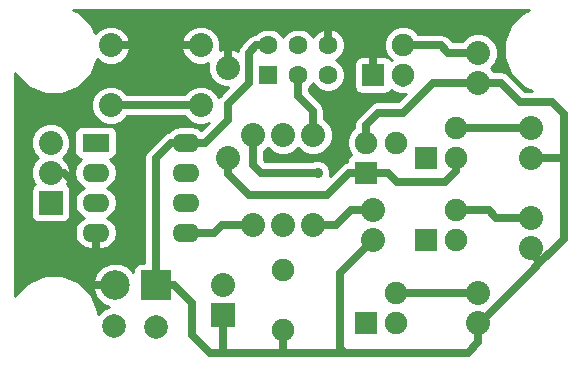
<source format=gbl>
G04 #@! TF.FileFunction,Copper,L2,Bot,Signal*
%FSLAX46Y46*%
G04 Gerber Fmt 4.6, Leading zero omitted, Abs format (unit mm)*
G04 Created by KiCad (PCBNEW 4.0.5) date 12/30/18 13:47:50*
%MOMM*%
%LPD*%
G01*
G04 APERTURE LIST*
%ADD10C,0.150000*%
%ADD11R,2.032000X2.032000*%
%ADD12C,2.032000*%
%ADD13C,1.905000*%
%ADD14R,2.286000X1.574800*%
%ADD15O,2.286000X1.574800*%
%ADD16R,2.499360X2.499360*%
%ADD17C,2.499360*%
%ADD18C,1.998980*%
%ADD19R,1.600200X1.600200*%
%ADD20C,1.600200*%
%ADD21R,1.905000X1.905000*%
%ADD22C,0.889000*%
%ADD23C,0.635000*%
%ADD24C,0.254000*%
G04 APERTURE END LIST*
D10*
D11*
X56515000Y-82550000D03*
D12*
X56515000Y-80010000D03*
D13*
X61595000Y-83820000D03*
X61595000Y-78740000D03*
D12*
X69215000Y-76200000D03*
X69215000Y-73660000D03*
D14*
X45720000Y-67945000D03*
D15*
X45720000Y-70485000D03*
X45720000Y-73025000D03*
X45720000Y-75565000D03*
X53340000Y-75565000D03*
X53340000Y-73025000D03*
X53340000Y-70485000D03*
X53340000Y-67945000D03*
D16*
X50800000Y-80010000D03*
D17*
X47371000Y-80010000D03*
D18*
X50800000Y-83566000D03*
X47244000Y-83439000D03*
D19*
X60325000Y-62230000D03*
D20*
X60325000Y-59690000D03*
X62865000Y-62230000D03*
X62865000Y-59690000D03*
X65405000Y-62230000D03*
X65405000Y-59690000D03*
D21*
X68580000Y-70485000D03*
D13*
X71120000Y-67945000D03*
X68580000Y-67945000D03*
D21*
X69215000Y-62230000D03*
D13*
X71755000Y-62230000D03*
X71755000Y-59690000D03*
D21*
X73660000Y-69215000D03*
D13*
X76200000Y-69215000D03*
X76200000Y-66675000D03*
D21*
X73660000Y-76200000D03*
D13*
X76200000Y-76200000D03*
X76200000Y-73660000D03*
D21*
X68580000Y-83185000D03*
D13*
X71120000Y-83185000D03*
X71120000Y-80645000D03*
D12*
X59055000Y-67310000D03*
X59055000Y-74930000D03*
X61595000Y-74930000D03*
X61595000Y-67310000D03*
X56896000Y-69215000D03*
X56896000Y-61595000D03*
X64135000Y-67310000D03*
X64135000Y-74930000D03*
X54610000Y-59690000D03*
X54610000Y-64770000D03*
X46990000Y-59690000D03*
X46990000Y-64770000D03*
D11*
X41910000Y-73025000D03*
D12*
X41910000Y-70485000D03*
X41910000Y-67945000D03*
X78105000Y-83185000D03*
X78105000Y-80645000D03*
X82550000Y-76835000D03*
X82550000Y-74295000D03*
X82550000Y-69215000D03*
X82550000Y-66675000D03*
X78105000Y-62865000D03*
X78105000Y-60325000D03*
D22*
X64516000Y-70485000D03*
D23*
X45720000Y-75565000D02*
X45720000Y-77470000D01*
X45720000Y-77470000D02*
X44577000Y-78613000D01*
X45720000Y-75565000D02*
X45720000Y-76327000D01*
X65405000Y-59690000D02*
X65405000Y-58166000D01*
X65405000Y-58166000D02*
X65405000Y-58293000D01*
X65405000Y-58293000D02*
X65405000Y-58166000D01*
X46990000Y-59690000D02*
X54610000Y-59690000D01*
X56896000Y-61595000D02*
X56896000Y-60071000D01*
X56896000Y-60071000D02*
X58801000Y-58166000D01*
X58801000Y-58166000D02*
X65405000Y-58166000D01*
X67056000Y-58166000D02*
X68580000Y-59690000D01*
X65405000Y-58166000D02*
X67056000Y-58166000D01*
X47371000Y-80010000D02*
X45466000Y-80010000D01*
X43815000Y-71247000D02*
X43815000Y-76073000D01*
X43053000Y-70485000D02*
X43815000Y-71247000D01*
X41910000Y-70485000D02*
X43053000Y-70485000D01*
X45466000Y-80010000D02*
X43815000Y-78359000D01*
X43815000Y-78359000D02*
X43815000Y-77851000D01*
X43815000Y-77851000D02*
X43815000Y-76073000D01*
X69215000Y-62230000D02*
X69215000Y-60325000D01*
X69215000Y-60325000D02*
X68580000Y-59690000D01*
X56515000Y-82550000D02*
X56515000Y-85725000D01*
X56515000Y-85725000D02*
X56515000Y-85471000D01*
X56515000Y-85471000D02*
X56515000Y-85725000D01*
X61595000Y-83820000D02*
X61595000Y-85725000D01*
X61595000Y-85725000D02*
X61595000Y-85471000D01*
X61595000Y-85471000D02*
X61595000Y-85725000D01*
X66421000Y-83312000D02*
X66421000Y-85725000D01*
X66548000Y-85471000D02*
X66548000Y-85725000D01*
X66548000Y-85598000D02*
X66548000Y-85471000D01*
X66421000Y-85725000D02*
X66548000Y-85598000D01*
X50800000Y-80010000D02*
X52324000Y-80010000D01*
X52324000Y-80010000D02*
X53848000Y-81534000D01*
X55372000Y-85725000D02*
X56515000Y-85725000D01*
X56515000Y-85725000D02*
X61595000Y-85725000D01*
X53848000Y-84201000D02*
X55372000Y-85725000D01*
X53848000Y-81534000D02*
X53848000Y-84201000D01*
X61595000Y-85725000D02*
X66548000Y-85725000D01*
X78105000Y-84836000D02*
X78105000Y-83185000D01*
X66548000Y-85725000D02*
X77216000Y-85725000D01*
X77216000Y-85725000D02*
X78105000Y-84836000D01*
X66421000Y-83820000D02*
X66421000Y-83820000D01*
X66421000Y-82423000D02*
X66421000Y-83312000D01*
X66421000Y-83312000D02*
X66421000Y-83820000D01*
X66421000Y-82423000D02*
X66421000Y-78994000D01*
X66421000Y-78994000D02*
X69215000Y-76200000D01*
X84328000Y-64516000D02*
X85344000Y-65532000D01*
X82931000Y-64516000D02*
X84328000Y-64516000D01*
X78105000Y-62865000D02*
X80010000Y-62865000D01*
X81661000Y-64516000D02*
X82931000Y-64516000D01*
X80010000Y-62865000D02*
X81661000Y-64516000D01*
X85344000Y-71501000D02*
X85344000Y-76073000D01*
X85344000Y-76073000D02*
X84582000Y-76835000D01*
X82550000Y-76835000D02*
X82550000Y-77216000D01*
X82550000Y-77216000D02*
X83375500Y-78041500D01*
X82550000Y-78867000D02*
X83375500Y-78041500D01*
X83375500Y-78041500D02*
X84582000Y-76835000D01*
X84582000Y-76835000D02*
X85344000Y-76073000D01*
X78105000Y-83185000D02*
X78232000Y-83185000D01*
X78232000Y-83185000D02*
X82550000Y-78867000D01*
X53340000Y-67945000D02*
X54991000Y-67945000D01*
X58674000Y-60325000D02*
X59309000Y-59690000D01*
X58674000Y-62865000D02*
X58674000Y-60325000D01*
X56896000Y-64643000D02*
X58674000Y-62865000D01*
X56896000Y-66040000D02*
X56896000Y-64643000D01*
X54991000Y-67945000D02*
X56896000Y-66040000D01*
X60325000Y-59690000D02*
X59309000Y-59690000D01*
X54356000Y-67945000D02*
X53340000Y-67945000D01*
X82550000Y-69215000D02*
X85344000Y-69215000D01*
X85344000Y-65532000D02*
X85344000Y-69215000D01*
X85344000Y-69215000D02*
X85344000Y-71501000D01*
X68580000Y-67945000D02*
X68580000Y-66421000D01*
X74295000Y-62865000D02*
X78105000Y-62865000D01*
X71755000Y-65405000D02*
X74295000Y-62865000D01*
X69596000Y-65405000D02*
X71755000Y-65405000D01*
X68580000Y-66421000D02*
X69596000Y-65405000D01*
X50800000Y-80010000D02*
X50800000Y-69215000D01*
X52070000Y-67945000D02*
X53340000Y-67945000D01*
X50800000Y-69215000D02*
X52070000Y-67945000D01*
X71755000Y-59690000D02*
X74930000Y-59690000D01*
X75565000Y-60325000D02*
X78105000Y-60325000D01*
X74930000Y-59690000D02*
X75565000Y-60325000D01*
X82550000Y-66675000D02*
X76200000Y-66675000D01*
X76200000Y-73660000D02*
X78994000Y-73660000D01*
X78994000Y-73660000D02*
X79629000Y-74295000D01*
X82550000Y-74295000D02*
X79629000Y-74295000D01*
X78105000Y-80645000D02*
X71120000Y-80645000D01*
X64135000Y-74930000D02*
X66040000Y-74930000D01*
X66040000Y-74930000D02*
X67310000Y-73660000D01*
X64135000Y-74930000D02*
X65151000Y-74930000D01*
X67310000Y-73660000D02*
X69215000Y-73660000D01*
X46990000Y-64770000D02*
X54610000Y-64770000D01*
X53340000Y-75565000D02*
X55753000Y-75565000D01*
X56388000Y-74930000D02*
X59055000Y-74930000D01*
X55753000Y-75565000D02*
X56388000Y-74930000D01*
X64135000Y-67310000D02*
X64135000Y-65278000D01*
X62865000Y-64008000D02*
X62865000Y-62230000D01*
X64135000Y-65278000D02*
X62865000Y-64008000D01*
X56896000Y-69215000D02*
X56896000Y-70612000D01*
X56896000Y-70612000D02*
X58674000Y-72390000D01*
X63627000Y-72390000D02*
X65278000Y-72390000D01*
X67183000Y-70485000D02*
X68580000Y-70485000D01*
X65278000Y-72390000D02*
X67183000Y-70485000D01*
X68580000Y-70485000D02*
X70485000Y-70485000D01*
X70485000Y-70485000D02*
X71247000Y-71247000D01*
X71247000Y-71247000D02*
X75311000Y-71247000D01*
X75311000Y-71247000D02*
X76200000Y-70358000D01*
X76200000Y-70358000D02*
X76200000Y-69215000D01*
X58674000Y-72390000D02*
X63627000Y-72390000D01*
X71755000Y-62230000D02*
X71755000Y-62865000D01*
X59055000Y-69850000D02*
X59055000Y-67310000D01*
X59690000Y-70485000D02*
X59055000Y-69850000D01*
X64516000Y-70485000D02*
X59690000Y-70485000D01*
D24*
G36*
X81951439Y-56888355D02*
X80895064Y-57942888D01*
X80322653Y-59321407D01*
X80321350Y-60814045D01*
X80891355Y-62193561D01*
X81945888Y-63249936D01*
X82701034Y-63563500D01*
X82055538Y-63563500D01*
X80683519Y-62191481D01*
X80374506Y-61985005D01*
X80010000Y-61912500D01*
X79486993Y-61912500D01*
X79169868Y-61594821D01*
X79503834Y-61261437D01*
X79755713Y-60654845D01*
X79756286Y-59998037D01*
X79505466Y-59391005D01*
X79041437Y-58926166D01*
X78434845Y-58674287D01*
X77778037Y-58673714D01*
X77171005Y-58924534D01*
X76722257Y-59372500D01*
X75959538Y-59372500D01*
X75603519Y-59016481D01*
X75294506Y-58810005D01*
X74930000Y-58737500D01*
X73047269Y-58737500D01*
X72655421Y-58344968D01*
X72072159Y-58102776D01*
X71440612Y-58102225D01*
X70856928Y-58343398D01*
X70409968Y-58789579D01*
X70167776Y-59372841D01*
X70167225Y-60004388D01*
X70408398Y-60588072D01*
X70779935Y-60960257D01*
X70742190Y-60997936D01*
X70631590Y-60826059D01*
X70419390Y-60681069D01*
X70167500Y-60630060D01*
X68262500Y-60630060D01*
X68027183Y-60674338D01*
X67811059Y-60813410D01*
X67666069Y-61025610D01*
X67615060Y-61277500D01*
X67615060Y-63182500D01*
X67659338Y-63417817D01*
X67798410Y-63633941D01*
X68010610Y-63778931D01*
X68262500Y-63829940D01*
X70167500Y-63829940D01*
X70402817Y-63785662D01*
X70618941Y-63646590D01*
X70743716Y-63463976D01*
X70854579Y-63575032D01*
X71437841Y-63817224D01*
X71995251Y-63817710D01*
X71360462Y-64452500D01*
X69596000Y-64452500D01*
X69231494Y-64525005D01*
X68922481Y-64731481D01*
X67906481Y-65747481D01*
X67700005Y-66056494D01*
X67627500Y-66421000D01*
X67627500Y-66652731D01*
X67234968Y-67044579D01*
X66992776Y-67627841D01*
X66992225Y-68259388D01*
X67233398Y-68843072D01*
X67347936Y-68957810D01*
X67176059Y-69068410D01*
X67031069Y-69280610D01*
X66980060Y-69532500D01*
X66980060Y-69572867D01*
X66818494Y-69605005D01*
X66509481Y-69811481D01*
X65577574Y-70743388D01*
X65595313Y-70700668D01*
X65595687Y-70271216D01*
X65431689Y-69874311D01*
X65128286Y-69570378D01*
X64731668Y-69405687D01*
X64302216Y-69405313D01*
X63994400Y-69532500D01*
X60084538Y-69532500D01*
X60007500Y-69455462D01*
X60007500Y-68691993D01*
X60325179Y-68374868D01*
X60658563Y-68708834D01*
X61265155Y-68960713D01*
X61921963Y-68961286D01*
X62528995Y-68710466D01*
X62865179Y-68374868D01*
X63198563Y-68708834D01*
X63805155Y-68960713D01*
X64461963Y-68961286D01*
X65068995Y-68710466D01*
X65533834Y-68246437D01*
X65785713Y-67639845D01*
X65786286Y-66983037D01*
X65535466Y-66376005D01*
X65087500Y-65927257D01*
X65087500Y-65278000D01*
X65014995Y-64913494D01*
X64808519Y-64604481D01*
X63817500Y-63613462D01*
X63817500Y-63306930D01*
X64080909Y-63043980D01*
X64134862Y-62914047D01*
X64187672Y-63041857D01*
X64591020Y-63445909D01*
X65118289Y-63664850D01*
X65689207Y-63665348D01*
X66216857Y-63447328D01*
X66620909Y-63043980D01*
X66839850Y-62516711D01*
X66840348Y-61945793D01*
X66622328Y-61418143D01*
X66218980Y-61014091D01*
X66089047Y-60960138D01*
X66216857Y-60907328D01*
X66620909Y-60503980D01*
X66839850Y-59976711D01*
X66840348Y-59405793D01*
X66622328Y-58878143D01*
X66218980Y-58474091D01*
X65691711Y-58255150D01*
X65120793Y-58254652D01*
X64593143Y-58472672D01*
X64189091Y-58876020D01*
X64135138Y-59005953D01*
X64082328Y-58878143D01*
X63678980Y-58474091D01*
X63151711Y-58255150D01*
X62580793Y-58254652D01*
X62053143Y-58472672D01*
X61649091Y-58876020D01*
X61595138Y-59005953D01*
X61542328Y-58878143D01*
X61138980Y-58474091D01*
X60611711Y-58255150D01*
X60040793Y-58254652D01*
X59513143Y-58472672D01*
X59232637Y-58752690D01*
X58944494Y-58810005D01*
X58635481Y-59016481D01*
X58000481Y-59651481D01*
X57794005Y-59960494D01*
X57753635Y-60163445D01*
X57225845Y-59944287D01*
X56569037Y-59943714D01*
X56235017Y-60081728D01*
X56260713Y-60019845D01*
X56261286Y-59363037D01*
X56010466Y-58756005D01*
X55546437Y-58291166D01*
X54939845Y-58039287D01*
X54283037Y-58038714D01*
X53676005Y-58289534D01*
X53211166Y-58753563D01*
X52959287Y-59360155D01*
X52958714Y-60016963D01*
X53209534Y-60623995D01*
X53673563Y-61088834D01*
X54280155Y-61340713D01*
X54936963Y-61341286D01*
X55270983Y-61203272D01*
X55245287Y-61265155D01*
X55244714Y-61921963D01*
X55495534Y-62528995D01*
X55959563Y-62993834D01*
X56566155Y-63245713D01*
X56945918Y-63246044D01*
X56222481Y-63969481D01*
X56125555Y-64114541D01*
X56010466Y-63836005D01*
X55546437Y-63371166D01*
X54939845Y-63119287D01*
X54283037Y-63118714D01*
X53676005Y-63369534D01*
X53227257Y-63817500D01*
X48371993Y-63817500D01*
X47926437Y-63371166D01*
X47319845Y-63119287D01*
X46663037Y-63118714D01*
X46056005Y-63369534D01*
X45591166Y-63833563D01*
X45339287Y-64440155D01*
X45338714Y-65096963D01*
X45589534Y-65703995D01*
X46053563Y-66168834D01*
X46660155Y-66420713D01*
X47316963Y-66421286D01*
X47923995Y-66170466D01*
X48372743Y-65722500D01*
X53228007Y-65722500D01*
X53673563Y-66168834D01*
X54280155Y-66420713D01*
X54936963Y-66421286D01*
X55330128Y-66258834D01*
X54684386Y-66904576D01*
X54274762Y-66630874D01*
X53730433Y-66522600D01*
X52949567Y-66522600D01*
X52405238Y-66630874D01*
X51943778Y-66939211D01*
X51883366Y-67029624D01*
X51705494Y-67065005D01*
X51396481Y-67271481D01*
X50126481Y-68541481D01*
X49920005Y-68850494D01*
X49847500Y-69215000D01*
X49847500Y-78112880D01*
X49550320Y-78112880D01*
X49315003Y-78157158D01*
X49098879Y-78296230D01*
X48953889Y-78508430D01*
X48902880Y-78760320D01*
X48902880Y-78876886D01*
X48439979Y-78413178D01*
X47747531Y-78125648D01*
X46997759Y-78124994D01*
X46304809Y-78411314D01*
X45774178Y-78941021D01*
X45486648Y-79633469D01*
X45485994Y-80383241D01*
X45772314Y-81076191D01*
X46302021Y-81606822D01*
X46848688Y-81833818D01*
X46319345Y-82052538D01*
X45916417Y-82454764D01*
X45916650Y-82187955D01*
X45346645Y-80808439D01*
X44292112Y-79752064D01*
X42913593Y-79179653D01*
X41420955Y-79178350D01*
X40041439Y-79748355D01*
X38985064Y-80802888D01*
X38925500Y-80946334D01*
X38925500Y-72009000D01*
X40246560Y-72009000D01*
X40246560Y-74041000D01*
X40290838Y-74276317D01*
X40429910Y-74492441D01*
X40642110Y-74637431D01*
X40894000Y-74688440D01*
X42926000Y-74688440D01*
X43161317Y-74644162D01*
X43377441Y-74505090D01*
X43522431Y-74292890D01*
X43573440Y-74041000D01*
X43573440Y-72009000D01*
X43529162Y-71773683D01*
X43390090Y-71557559D01*
X43260900Y-71469287D01*
X43308834Y-71421437D01*
X43560713Y-70814845D01*
X43561000Y-70485000D01*
X43907167Y-70485000D01*
X44015441Y-71029329D01*
X44323778Y-71490789D01*
X44719199Y-71755000D01*
X44323778Y-72019211D01*
X44015441Y-72480671D01*
X43907167Y-73025000D01*
X44015441Y-73569329D01*
X44323778Y-74030789D01*
X44719199Y-74295000D01*
X44323778Y-74559211D01*
X44015441Y-75020671D01*
X43907167Y-75565000D01*
X44015441Y-76109329D01*
X44323778Y-76570789D01*
X44785238Y-76879126D01*
X45329567Y-76987400D01*
X46110433Y-76987400D01*
X46654762Y-76879126D01*
X47116222Y-76570789D01*
X47424559Y-76109329D01*
X47532833Y-75565000D01*
X47424559Y-75020671D01*
X47116222Y-74559211D01*
X46720801Y-74295000D01*
X47116222Y-74030789D01*
X47424559Y-73569329D01*
X47532833Y-73025000D01*
X47424559Y-72480671D01*
X47116222Y-72019211D01*
X46720801Y-71755000D01*
X47116222Y-71490789D01*
X47424559Y-71029329D01*
X47532833Y-70485000D01*
X47424559Y-69940671D01*
X47116222Y-69479211D01*
X46944540Y-69364497D01*
X47098317Y-69335562D01*
X47314441Y-69196490D01*
X47459431Y-68984290D01*
X47510440Y-68732400D01*
X47510440Y-67157600D01*
X47466162Y-66922283D01*
X47327090Y-66706159D01*
X47114890Y-66561169D01*
X46863000Y-66510160D01*
X44577000Y-66510160D01*
X44341683Y-66554438D01*
X44125559Y-66693510D01*
X43980569Y-66905710D01*
X43929560Y-67157600D01*
X43929560Y-68732400D01*
X43973838Y-68967717D01*
X44112910Y-69183841D01*
X44325110Y-69328831D01*
X44496803Y-69363600D01*
X44323778Y-69479211D01*
X44015441Y-69940671D01*
X43907167Y-70485000D01*
X43561000Y-70485000D01*
X43561286Y-70158037D01*
X43310466Y-69551005D01*
X42974868Y-69214821D01*
X43308834Y-68881437D01*
X43560713Y-68274845D01*
X43561286Y-67618037D01*
X43310466Y-67011005D01*
X42846437Y-66546166D01*
X42239845Y-66294287D01*
X41583037Y-66293714D01*
X40976005Y-66544534D01*
X40511166Y-67008563D01*
X40259287Y-67615155D01*
X40258714Y-68271963D01*
X40509534Y-68878995D01*
X40845132Y-69215179D01*
X40511166Y-69548563D01*
X40259287Y-70155155D01*
X40258714Y-70811963D01*
X40509534Y-71418995D01*
X40559872Y-71469421D01*
X40442559Y-71544910D01*
X40297569Y-71757110D01*
X40246560Y-72009000D01*
X38925500Y-72009000D01*
X38925500Y-62058382D01*
X38981355Y-62193561D01*
X40035888Y-63249936D01*
X41414407Y-63822347D01*
X42907045Y-63823650D01*
X44286561Y-63253645D01*
X45342936Y-62199112D01*
X45877287Y-60912251D01*
X46053563Y-61088834D01*
X46660155Y-61340713D01*
X47316963Y-61341286D01*
X47923995Y-61090466D01*
X48388834Y-60626437D01*
X48640713Y-60019845D01*
X48641286Y-59363037D01*
X48390466Y-58756005D01*
X47926437Y-58291166D01*
X47319845Y-58039287D01*
X46663037Y-58038714D01*
X46056005Y-58289534D01*
X45653574Y-58691264D01*
X45346645Y-57948439D01*
X44292112Y-56892064D01*
X43842816Y-56705500D01*
X82393981Y-56705500D01*
X81951439Y-56888355D01*
X81951439Y-56888355D01*
G37*
X81951439Y-56888355D02*
X80895064Y-57942888D01*
X80322653Y-59321407D01*
X80321350Y-60814045D01*
X80891355Y-62193561D01*
X81945888Y-63249936D01*
X82701034Y-63563500D01*
X82055538Y-63563500D01*
X80683519Y-62191481D01*
X80374506Y-61985005D01*
X80010000Y-61912500D01*
X79486993Y-61912500D01*
X79169868Y-61594821D01*
X79503834Y-61261437D01*
X79755713Y-60654845D01*
X79756286Y-59998037D01*
X79505466Y-59391005D01*
X79041437Y-58926166D01*
X78434845Y-58674287D01*
X77778037Y-58673714D01*
X77171005Y-58924534D01*
X76722257Y-59372500D01*
X75959538Y-59372500D01*
X75603519Y-59016481D01*
X75294506Y-58810005D01*
X74930000Y-58737500D01*
X73047269Y-58737500D01*
X72655421Y-58344968D01*
X72072159Y-58102776D01*
X71440612Y-58102225D01*
X70856928Y-58343398D01*
X70409968Y-58789579D01*
X70167776Y-59372841D01*
X70167225Y-60004388D01*
X70408398Y-60588072D01*
X70779935Y-60960257D01*
X70742190Y-60997936D01*
X70631590Y-60826059D01*
X70419390Y-60681069D01*
X70167500Y-60630060D01*
X68262500Y-60630060D01*
X68027183Y-60674338D01*
X67811059Y-60813410D01*
X67666069Y-61025610D01*
X67615060Y-61277500D01*
X67615060Y-63182500D01*
X67659338Y-63417817D01*
X67798410Y-63633941D01*
X68010610Y-63778931D01*
X68262500Y-63829940D01*
X70167500Y-63829940D01*
X70402817Y-63785662D01*
X70618941Y-63646590D01*
X70743716Y-63463976D01*
X70854579Y-63575032D01*
X71437841Y-63817224D01*
X71995251Y-63817710D01*
X71360462Y-64452500D01*
X69596000Y-64452500D01*
X69231494Y-64525005D01*
X68922481Y-64731481D01*
X67906481Y-65747481D01*
X67700005Y-66056494D01*
X67627500Y-66421000D01*
X67627500Y-66652731D01*
X67234968Y-67044579D01*
X66992776Y-67627841D01*
X66992225Y-68259388D01*
X67233398Y-68843072D01*
X67347936Y-68957810D01*
X67176059Y-69068410D01*
X67031069Y-69280610D01*
X66980060Y-69532500D01*
X66980060Y-69572867D01*
X66818494Y-69605005D01*
X66509481Y-69811481D01*
X65577574Y-70743388D01*
X65595313Y-70700668D01*
X65595687Y-70271216D01*
X65431689Y-69874311D01*
X65128286Y-69570378D01*
X64731668Y-69405687D01*
X64302216Y-69405313D01*
X63994400Y-69532500D01*
X60084538Y-69532500D01*
X60007500Y-69455462D01*
X60007500Y-68691993D01*
X60325179Y-68374868D01*
X60658563Y-68708834D01*
X61265155Y-68960713D01*
X61921963Y-68961286D01*
X62528995Y-68710466D01*
X62865179Y-68374868D01*
X63198563Y-68708834D01*
X63805155Y-68960713D01*
X64461963Y-68961286D01*
X65068995Y-68710466D01*
X65533834Y-68246437D01*
X65785713Y-67639845D01*
X65786286Y-66983037D01*
X65535466Y-66376005D01*
X65087500Y-65927257D01*
X65087500Y-65278000D01*
X65014995Y-64913494D01*
X64808519Y-64604481D01*
X63817500Y-63613462D01*
X63817500Y-63306930D01*
X64080909Y-63043980D01*
X64134862Y-62914047D01*
X64187672Y-63041857D01*
X64591020Y-63445909D01*
X65118289Y-63664850D01*
X65689207Y-63665348D01*
X66216857Y-63447328D01*
X66620909Y-63043980D01*
X66839850Y-62516711D01*
X66840348Y-61945793D01*
X66622328Y-61418143D01*
X66218980Y-61014091D01*
X66089047Y-60960138D01*
X66216857Y-60907328D01*
X66620909Y-60503980D01*
X66839850Y-59976711D01*
X66840348Y-59405793D01*
X66622328Y-58878143D01*
X66218980Y-58474091D01*
X65691711Y-58255150D01*
X65120793Y-58254652D01*
X64593143Y-58472672D01*
X64189091Y-58876020D01*
X64135138Y-59005953D01*
X64082328Y-58878143D01*
X63678980Y-58474091D01*
X63151711Y-58255150D01*
X62580793Y-58254652D01*
X62053143Y-58472672D01*
X61649091Y-58876020D01*
X61595138Y-59005953D01*
X61542328Y-58878143D01*
X61138980Y-58474091D01*
X60611711Y-58255150D01*
X60040793Y-58254652D01*
X59513143Y-58472672D01*
X59232637Y-58752690D01*
X58944494Y-58810005D01*
X58635481Y-59016481D01*
X58000481Y-59651481D01*
X57794005Y-59960494D01*
X57753635Y-60163445D01*
X57225845Y-59944287D01*
X56569037Y-59943714D01*
X56235017Y-60081728D01*
X56260713Y-60019845D01*
X56261286Y-59363037D01*
X56010466Y-58756005D01*
X55546437Y-58291166D01*
X54939845Y-58039287D01*
X54283037Y-58038714D01*
X53676005Y-58289534D01*
X53211166Y-58753563D01*
X52959287Y-59360155D01*
X52958714Y-60016963D01*
X53209534Y-60623995D01*
X53673563Y-61088834D01*
X54280155Y-61340713D01*
X54936963Y-61341286D01*
X55270983Y-61203272D01*
X55245287Y-61265155D01*
X55244714Y-61921963D01*
X55495534Y-62528995D01*
X55959563Y-62993834D01*
X56566155Y-63245713D01*
X56945918Y-63246044D01*
X56222481Y-63969481D01*
X56125555Y-64114541D01*
X56010466Y-63836005D01*
X55546437Y-63371166D01*
X54939845Y-63119287D01*
X54283037Y-63118714D01*
X53676005Y-63369534D01*
X53227257Y-63817500D01*
X48371993Y-63817500D01*
X47926437Y-63371166D01*
X47319845Y-63119287D01*
X46663037Y-63118714D01*
X46056005Y-63369534D01*
X45591166Y-63833563D01*
X45339287Y-64440155D01*
X45338714Y-65096963D01*
X45589534Y-65703995D01*
X46053563Y-66168834D01*
X46660155Y-66420713D01*
X47316963Y-66421286D01*
X47923995Y-66170466D01*
X48372743Y-65722500D01*
X53228007Y-65722500D01*
X53673563Y-66168834D01*
X54280155Y-66420713D01*
X54936963Y-66421286D01*
X55330128Y-66258834D01*
X54684386Y-66904576D01*
X54274762Y-66630874D01*
X53730433Y-66522600D01*
X52949567Y-66522600D01*
X52405238Y-66630874D01*
X51943778Y-66939211D01*
X51883366Y-67029624D01*
X51705494Y-67065005D01*
X51396481Y-67271481D01*
X50126481Y-68541481D01*
X49920005Y-68850494D01*
X49847500Y-69215000D01*
X49847500Y-78112880D01*
X49550320Y-78112880D01*
X49315003Y-78157158D01*
X49098879Y-78296230D01*
X48953889Y-78508430D01*
X48902880Y-78760320D01*
X48902880Y-78876886D01*
X48439979Y-78413178D01*
X47747531Y-78125648D01*
X46997759Y-78124994D01*
X46304809Y-78411314D01*
X45774178Y-78941021D01*
X45486648Y-79633469D01*
X45485994Y-80383241D01*
X45772314Y-81076191D01*
X46302021Y-81606822D01*
X46848688Y-81833818D01*
X46319345Y-82052538D01*
X45916417Y-82454764D01*
X45916650Y-82187955D01*
X45346645Y-80808439D01*
X44292112Y-79752064D01*
X42913593Y-79179653D01*
X41420955Y-79178350D01*
X40041439Y-79748355D01*
X38985064Y-80802888D01*
X38925500Y-80946334D01*
X38925500Y-72009000D01*
X40246560Y-72009000D01*
X40246560Y-74041000D01*
X40290838Y-74276317D01*
X40429910Y-74492441D01*
X40642110Y-74637431D01*
X40894000Y-74688440D01*
X42926000Y-74688440D01*
X43161317Y-74644162D01*
X43377441Y-74505090D01*
X43522431Y-74292890D01*
X43573440Y-74041000D01*
X43573440Y-72009000D01*
X43529162Y-71773683D01*
X43390090Y-71557559D01*
X43260900Y-71469287D01*
X43308834Y-71421437D01*
X43560713Y-70814845D01*
X43561000Y-70485000D01*
X43907167Y-70485000D01*
X44015441Y-71029329D01*
X44323778Y-71490789D01*
X44719199Y-71755000D01*
X44323778Y-72019211D01*
X44015441Y-72480671D01*
X43907167Y-73025000D01*
X44015441Y-73569329D01*
X44323778Y-74030789D01*
X44719199Y-74295000D01*
X44323778Y-74559211D01*
X44015441Y-75020671D01*
X43907167Y-75565000D01*
X44015441Y-76109329D01*
X44323778Y-76570789D01*
X44785238Y-76879126D01*
X45329567Y-76987400D01*
X46110433Y-76987400D01*
X46654762Y-76879126D01*
X47116222Y-76570789D01*
X47424559Y-76109329D01*
X47532833Y-75565000D01*
X47424559Y-75020671D01*
X47116222Y-74559211D01*
X46720801Y-74295000D01*
X47116222Y-74030789D01*
X47424559Y-73569329D01*
X47532833Y-73025000D01*
X47424559Y-72480671D01*
X47116222Y-72019211D01*
X46720801Y-71755000D01*
X47116222Y-71490789D01*
X47424559Y-71029329D01*
X47532833Y-70485000D01*
X47424559Y-69940671D01*
X47116222Y-69479211D01*
X46944540Y-69364497D01*
X47098317Y-69335562D01*
X47314441Y-69196490D01*
X47459431Y-68984290D01*
X47510440Y-68732400D01*
X47510440Y-67157600D01*
X47466162Y-66922283D01*
X47327090Y-66706159D01*
X47114890Y-66561169D01*
X46863000Y-66510160D01*
X44577000Y-66510160D01*
X44341683Y-66554438D01*
X44125559Y-66693510D01*
X43980569Y-66905710D01*
X43929560Y-67157600D01*
X43929560Y-68732400D01*
X43973838Y-68967717D01*
X44112910Y-69183841D01*
X44325110Y-69328831D01*
X44496803Y-69363600D01*
X44323778Y-69479211D01*
X44015441Y-69940671D01*
X43907167Y-70485000D01*
X43561000Y-70485000D01*
X43561286Y-70158037D01*
X43310466Y-69551005D01*
X42974868Y-69214821D01*
X43308834Y-68881437D01*
X43560713Y-68274845D01*
X43561286Y-67618037D01*
X43310466Y-67011005D01*
X42846437Y-66546166D01*
X42239845Y-66294287D01*
X41583037Y-66293714D01*
X40976005Y-66544534D01*
X40511166Y-67008563D01*
X40259287Y-67615155D01*
X40258714Y-68271963D01*
X40509534Y-68878995D01*
X40845132Y-69215179D01*
X40511166Y-69548563D01*
X40259287Y-70155155D01*
X40258714Y-70811963D01*
X40509534Y-71418995D01*
X40559872Y-71469421D01*
X40442559Y-71544910D01*
X40297569Y-71757110D01*
X40246560Y-72009000D01*
X38925500Y-72009000D01*
X38925500Y-62058382D01*
X38981355Y-62193561D01*
X40035888Y-63249936D01*
X41414407Y-63822347D01*
X42907045Y-63823650D01*
X44286561Y-63253645D01*
X45342936Y-62199112D01*
X45877287Y-60912251D01*
X46053563Y-61088834D01*
X46660155Y-61340713D01*
X47316963Y-61341286D01*
X47923995Y-61090466D01*
X48388834Y-60626437D01*
X48640713Y-60019845D01*
X48641286Y-59363037D01*
X48390466Y-58756005D01*
X47926437Y-58291166D01*
X47319845Y-58039287D01*
X46663037Y-58038714D01*
X46056005Y-58289534D01*
X45653574Y-58691264D01*
X45346645Y-57948439D01*
X44292112Y-56892064D01*
X43842816Y-56705500D01*
X82393981Y-56705500D01*
X81951439Y-56888355D01*
M02*

</source>
